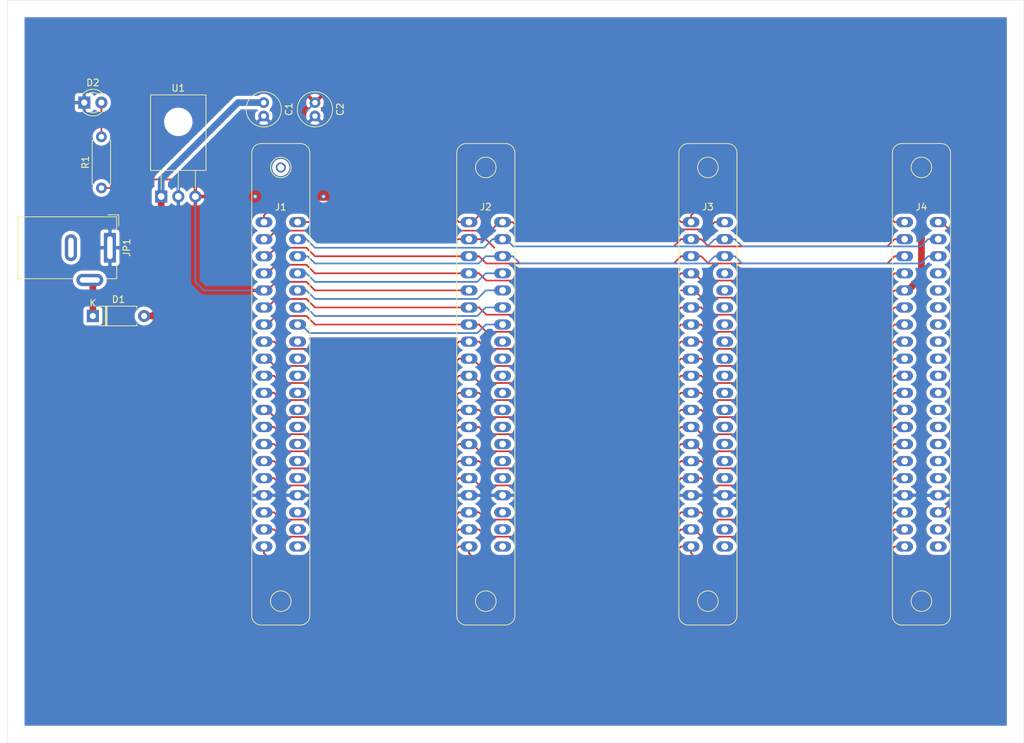
<source format=kicad_pcb>
(kicad_pcb (version 20171130) (host pcbnew "(5.1.2)-1")
  (layers (0 F.Cu signal) (31 B.Cu signal) (34 B.Paste user) (35 F.Paste user) (36 B.SilkS user) (37 F.SilkS user) (38 B.Mask user) (39 F.Mask user) (44 Edge.Cuts user))
  (net 0 "")
  (net 1 /A15)
  (net 2 /INT)
  (net 3 /A13)
  (net 4 /A14)
  (net 5 /BUSRQ)
  (net 6 /IORQ)
  (net 7 GND)
  (net 8 /A12)
  (net 9 /BUSACK)
  (net 10 /A10)
  (net 11 /A11)
  (net 12 /A8)
  (net 13 /A9)
  (net 14 /A6)
  (net 15 /A7)
  (net 16 /A4)
  (net 17 /A5)
  (net 18 /A2)
  (net 19 /A3)
  (net 20 /A0)
  (net 21 /A1)
  (net 22 /D7)
  (net 23 /WR)
  (net 24 /D5)
  (net 25 /D6)
  (net 26 /D3)
  (net 27 /D4)
  (net 28 /D1)
  (net 29 /D2)
  (net 30 VCC)
  (net 31 /D0)
  (net 32 /M1)
  (net 33 /RD)
  (net 34 /RESET)
  (net 35 /WAIT)
  (net 36 /HALT)
  (net 37 /NMI)
  (net 38 /MREQ)
  (net 39 "Net-(JP1-Pad2)")
  (net 40 "Net-(D1-Pad1)")
  (net 41 "Net-(C1-Pad1)")
  (net 42 "Net-(D2-Pad2)")
  (module Battery:ConnectorEdge40_Female (layer F.Cu) (at 67.31 86.36 270)
    (fp_text reference J1 (at -26.38 0) (layer F.SilkS))
    (fp_text value Conn_02x20_Odd_Even)
    (pad 39 thru_hole oval (at 24.13 2.5 270) (size 1.5 2.5) (drill 1) (layers *.Cu *.Mask) (net 1 /A15))
    (pad 40 thru_hole oval (at 24.13 -2.5 270) (size 1.5 2.5) (drill 1) (layers *.Cu *.Mask) (net 2 /INT))
    (pad 37 thru_hole oval (at 21.59 2.5 270) (size 1.5 2.5) (drill 1) (layers *.Cu *.Mask) (net 3 /A13))
    (pad 38 thru_hole oval (at 21.59 -2.5 270) (size 1.5 2.5) (drill 1) (layers *.Cu *.Mask) (net 4 /A14))
    (pad 35 thru_hole oval (at 19.05 2.5 270) (size 1.5 2.5) (drill 1) (layers *.Cu *.Mask) (net 5 /BUSRQ))
    (pad 36 thru_hole oval (at 19.05 -2.5 270) (size 1.5 2.5) (drill 1) (layers *.Cu *.Mask) (net 6 /IORQ))
    (pad 33 thru_hole oval (at 16.51 2.5 270) (size 1.5 2.5) (drill 1) (layers *.Cu *.Mask) (net 7 GND))
    (pad 34 thru_hole oval (at 16.51 -2.5 270) (size 1.5 2.5) (drill 1) (layers *.Cu *.Mask) (net 7 GND))
    (pad 31 thru_hole oval (at 13.97 2.5 270) (size 1.5 2.5) (drill 1) (layers *.Cu *.Mask) (net 8 /A12))
    (pad 32 thru_hole oval (at 13.97 -2.5 270) (size 1.5 2.5) (drill 1) (layers *.Cu *.Mask) (net 9 /BUSACK))
    (pad 29 thru_hole oval (at 11.43 2.5 270) (size 1.5 2.5) (drill 1) (layers *.Cu *.Mask) (net 10 /A10))
    (pad 30 thru_hole oval (at 11.43 -2.5 270) (size 1.5 2.5) (drill 1) (layers *.Cu *.Mask) (net 11 /A11))
    (pad 27 thru_hole oval (at 8.89 2.5 270) (size 1.5 2.5) (drill 1) (layers *.Cu *.Mask) (net 12 /A8))
    (pad 28 thru_hole oval (at 8.89 -2.5 270) (size 1.5 2.5) (drill 1) (layers *.Cu *.Mask) (net 13 /A9))
    (pad 25 thru_hole oval (at 6.35 2.5 270) (size 1.5 2.5) (drill 1) (layers *.Cu *.Mask) (net 14 /A6))
    (pad 26 thru_hole oval (at 6.35 -2.5 270) (size 1.5 2.5) (drill 1) (layers *.Cu *.Mask) (net 15 /A7))
    (pad 23 thru_hole oval (at 3.81 2.5 270) (size 1.5 2.5) (drill 1) (layers *.Cu *.Mask) (net 16 /A4))
    (pad 24 thru_hole oval (at 3.81 -2.5 270) (size 1.5 2.5) (drill 1) (layers *.Cu *.Mask) (net 17 /A5))
    (pad 21 thru_hole oval (at 1.27 2.5 270) (size 1.5 2.5) (drill 1) (layers *.Cu *.Mask) (net 18 /A2))
    (pad 22 thru_hole oval (at 1.27 -2.5 270) (size 1.5 2.5) (drill 1) (layers *.Cu *.Mask) (net 19 /A3))
    (pad 19 thru_hole oval (at -1.27 2.5 270) (size 1.5 2.5) (drill 1) (layers *.Cu *.Mask) (net 20 /A0))
    (pad 20 thru_hole oval (at -1.27 -2.5 270) (size 1.5 2.5) (drill 1) (layers *.Cu *.Mask) (net 21 /A1))
    (pad 17 thru_hole oval (at -3.81 2.5 270) (size 1.5 2.5) (drill 1) (layers *.Cu *.Mask) (net 22 /D7))
    (pad 18 thru_hole oval (at -3.81 -2.5 270) (size 1.5 2.5) (drill 1) (layers *.Cu *.Mask) (net 23 /WR))
    (pad 15 thru_hole oval (at -6.35 2.5 270) (size 1.5 2.5) (drill 1) (layers *.Cu *.Mask) (net 24 /D5))
    (pad 16 thru_hole oval (at -6.35 -2.5 270) (size 1.5 2.5) (drill 1) (layers *.Cu *.Mask) (net 25 /D6))
    (pad 13 thru_hole oval (at -8.89 2.5 270) (size 1.5 2.5) (drill 1) (layers *.Cu *.Mask) (net 26 /D3))
    (pad 14 thru_hole oval (at -8.89 -2.5 270) (size 1.5 2.5) (drill 1) (layers *.Cu *.Mask) (net 27 /D4))
    (pad 11 thru_hole oval (at -11.43 2.5 270) (size 1.5 2.5) (drill 1) (layers *.Cu *.Mask) (net 28 /D1))
    (pad 12 thru_hole oval (at -11.43 -2.5 270) (size 1.5 2.5) (drill 1) (layers *.Cu *.Mask) (net 29 /D2))
    (pad 9 thru_hole oval (at -13.97 2.5 270) (size 1.5 2.5) (drill 1) (layers *.Cu *.Mask) (net 30 VCC))
    (pad 10 thru_hole oval (at -13.97 -2.5 270) (size 1.5 2.5) (drill 1) (layers *.Cu *.Mask) (net 31 /D0))
    (pad 7 thru_hole oval (at -16.51 2.5 270) (size 1.5 2.5) (drill 1) (layers *.Cu *.Mask) (net 32 /M1))
    (pad 8 thru_hole oval (at -16.51 -2.5 270) (size 1.5 2.5) (drill 1) (layers *.Cu *.Mask) (net 33 /RD))
    (pad 5 thru_hole oval (at -19.05 2.5 270) (size 1.5 2.5) (drill 1) (layers *.Cu *.Mask) (net 34 /RESET))
    (pad 6 thru_hole oval (at -19.05 -2.5 270) (size 1.5 2.5) (drill 1) (layers *.Cu *.Mask) (net 35 /WAIT))
    (pad 3 thru_hole oval (at -21.59 2.5 270) (size 1.5 2.5) (drill 1) (layers *.Cu *.Mask) (net 36 /HALT))
    (pad 4 thru_hole oval (at -21.59 -2.5 270) (size 1.5 2.5) (drill 1) (layers *.Cu *.Mask) (net 37 /NMI))
    (pad 1 thru_hole oval (at -24.13 2.5 270) (size 1.5 2.5) (drill 1) (layers *.Cu *.Mask) (net 38 /MREQ))
    (pad 2 thru_hole oval (at -24.13 -2.5 270) (size 1.5 2.5) (drill 1) (layers *.Cu *.Mask) (net 6 /IORQ))
    (pad "" np_thru_hole circle (at -32.258 0 270) (size 1.524 1.524) (drill 1) (layers *.Cu *.Mask Eco2.User))
  )
  (module Resistor_THT:R_Axial_DIN0207_L6.3mm_D2.5mm_P7.62mm_Horizontal (layer F.Cu) (at 40.64 57.15 90)
    (fp_text reference R1 (at 3.81 -2.37 90) (layer F.SilkS))
    (fp_text value R)
    (pad 2 thru_hole oval (at 7.62 0 90) (size 1.6 1.6) (drill 0.8) (layers *.Cu *.Mask) (net 42 "Net-(D2-Pad2)"))
    (pad 1 thru_hole circle (at 0 0 90) (size 1.6 1.6) (drill 0.8) (layers *.Cu *.Mask) (net 30 VCC))
  )
  (module Battery:ConnectorEdge40_Female (layer F.Cu) (at 162.56 86.36 270)
    (fp_text reference J4 (at -26.38 0) (layer F.SilkS))
    (fp_text value Conn_02x20_Odd_Even)
    (pad 39 thru_hole oval (at 24.13 2.5 270) (size 1.5 2.5) (drill 1) (layers *.Cu *.Mask) (net 1 /A15))
    (pad 40 thru_hole oval (at 24.13 -2.5 270) (size 1.5 2.5) (drill 1) (layers *.Cu *.Mask) (net 2 /INT))
    (pad 37 thru_hole oval (at 21.59 2.5 270) (size 1.5 2.5) (drill 1) (layers *.Cu *.Mask) (net 3 /A13))
    (pad 38 thru_hole oval (at 21.59 -2.5 270) (size 1.5 2.5) (drill 1) (layers *.Cu *.Mask) (net 4 /A14))
    (pad 35 thru_hole oval (at 19.05 2.5 270) (size 1.5 2.5) (drill 1) (layers *.Cu *.Mask) (net 5 /BUSRQ))
    (pad 36 thru_hole oval (at 19.05 -2.5 270) (size 1.5 2.5) (drill 1) (layers *.Cu *.Mask) (net 6 /IORQ))
    (pad 33 thru_hole oval (at 16.51 2.5 270) (size 1.5 2.5) (drill 1) (layers *.Cu *.Mask) (net 7 GND))
    (pad 34 thru_hole oval (at 16.51 -2.5 270) (size 1.5 2.5) (drill 1) (layers *.Cu *.Mask) (net 7 GND))
    (pad 31 thru_hole oval (at 13.97 2.5 270) (size 1.5 2.5) (drill 1) (layers *.Cu *.Mask) (net 8 /A12))
    (pad 32 thru_hole oval (at 13.97 -2.5 270) (size 1.5 2.5) (drill 1) (layers *.Cu *.Mask) (net 9 /BUSACK))
    (pad 29 thru_hole oval (at 11.43 2.5 270) (size 1.5 2.5) (drill 1) (layers *.Cu *.Mask) (net 10 /A10))
    (pad 30 thru_hole oval (at 11.43 -2.5 270) (size 1.5 2.5) (drill 1) (layers *.Cu *.Mask) (net 11 /A11))
    (pad 27 thru_hole oval (at 8.89 2.5 270) (size 1.5 2.5) (drill 1) (layers *.Cu *.Mask) (net 12 /A8))
    (pad 28 thru_hole oval (at 8.89 -2.5 270) (size 1.5 2.5) (drill 1) (layers *.Cu *.Mask) (net 13 /A9))
    (pad 25 thru_hole oval (at 6.35 2.5 270) (size 1.5 2.5) (drill 1) (layers *.Cu *.Mask) (net 14 /A6))
    (pad 26 thru_hole oval (at 6.35 -2.5 270) (size 1.5 2.5) (drill 1) (layers *.Cu *.Mask) (net 15 /A7))
    (pad 23 thru_hole oval (at 3.81 2.5 270) (size 1.5 2.5) (drill 1) (layers *.Cu *.Mask) (net 16 /A4))
    (pad 24 thru_hole oval (at 3.81 -2.5 270) (size 1.5 2.5) (drill 1) (layers *.Cu *.Mask) (net 17 /A5))
    (pad 21 thru_hole oval (at 1.27 2.5 270) (size 1.5 2.5) (drill 1) (layers *.Cu *.Mask) (net 18 /A2))
    (pad 22 thru_hole oval (at 1.27 -2.5 270) (size 1.5 2.5) (drill 1) (layers *.Cu *.Mask) (net 19 /A3))
    (pad 19 thru_hole oval (at -1.27 2.5 270) (size 1.5 2.5) (drill 1) (layers *.Cu *.Mask) (net 20 /A0))
    (pad 20 thru_hole oval (at -1.27 -2.5 270) (size 1.5 2.5) (drill 1) (layers *.Cu *.Mask) (net 21 /A1))
    (pad 17 thru_hole oval (at -3.81 2.5 270) (size 1.5 2.5) (drill 1) (layers *.Cu *.Mask) (net 22 /D7))
    (pad 18 thru_hole oval (at -3.81 -2.5 270) (size 1.5 2.5) (drill 1) (layers *.Cu *.Mask) (net 23 /WR))
    (pad 15 thru_hole oval (at -6.35 2.5 270) (size 1.5 2.5) (drill 1) (layers *.Cu *.Mask) (net 24 /D5))
    (pad 16 thru_hole oval (at -6.35 -2.5 270) (size 1.5 2.5) (drill 1) (layers *.Cu *.Mask) (net 25 /D6))
    (pad 13 thru_hole oval (at -8.89 2.5 270) (size 1.5 2.5) (drill 1) (layers *.Cu *.Mask) (net 26 /D3))
    (pad 14 thru_hole oval (at -8.89 -2.5 270) (size 1.5 2.5) (drill 1) (layers *.Cu *.Mask) (net 27 /D4))
    (pad 11 thru_hole oval (at -11.43 2.5 270) (size 1.5 2.5) (drill 1) (layers *.Cu *.Mask) (net 28 /D1))
    (pad 12 thru_hole oval (at -11.43 -2.5 270) (size 1.5 2.5) (drill 1) (layers *.Cu *.Mask) (net 29 /D2))
    (pad 9 thru_hole oval (at -13.97 2.5 270) (size 1.5 2.5) (drill 1) (layers *.Cu *.Mask) (net 30 VCC))
    (pad 10 thru_hole oval (at -13.97 -2.5 270) (size 1.5 2.5) (drill 1) (layers *.Cu *.Mask) (net 31 /D0))
    (pad 7 thru_hole oval (at -16.51 2.5 270) (size 1.5 2.5) (drill 1) (layers *.Cu *.Mask) (net 32 /M1))
    (pad 8 thru_hole oval (at -16.51 -2.5 270) (size 1.5 2.5) (drill 1) (layers *.Cu *.Mask) (net 33 /RD))
    (pad 5 thru_hole oval (at -19.05 2.5 270) (size 1.5 2.5) (drill 1) (layers *.Cu *.Mask) (net 34 /RESET))
    (pad 6 thru_hole oval (at -19.05 -2.5 270) (size 1.5 2.5) (drill 1) (layers *.Cu *.Mask) (net 35 /WAIT))
    (pad 3 thru_hole oval (at -21.59 2.5 270) (size 1.5 2.5) (drill 1) (layers *.Cu *.Mask) (net 36 /HALT))
    (pad 4 thru_hole oval (at -21.59 -2.5 270) (size 1.5 2.5) (drill 1) (layers *.Cu *.Mask) (net 37 /NMI))
    (pad 1 thru_hole oval (at -24.13 2.5 270) (size 1.5 2.5) (drill 1) (layers *.Cu *.Mask) (net 38 /MREQ))
    (pad 2 thru_hole oval (at -24.13 -2.5 270) (size 1.5 2.5) (drill 1) (layers *.Cu *.Mask) (net 6 /IORQ))
  )
  (module LED_THT:LED_D3.0mm (layer F.Cu) (at 38.1 44.45)
    (fp_text reference D2 (at 1.27 -2.96) (layer F.SilkS))
    (fp_text value LED)
    (pad 2 thru_hole circle (at 2.54 0) (size 1.8 1.8) (drill 0.9) (layers *.Cu *.Mask) (net 42 "Net-(D2-Pad2)"))
    (pad 1 thru_hole rect (at 0 0) (size 1.8 1.8) (drill 0.9) (layers *.Cu *.Mask) (net 7 GND))
  )
  (module Diode_THT:D_A-405_P7.62mm_Horizontal (layer F.Cu) (at 39.37 76.2)
    (fp_text reference D1 (at 3.81 -2.47) (layer F.SilkS))
    (fp_text value DIODE)
    (fp_text user K (at 0 -1.9) (layer F.SilkS))
    (pad 2 thru_hole oval (at 7.62 0) (size 1.8 1.8) (drill 0.9) (layers *.Cu *.Mask) (net 41 "Net-(C1-Pad1)"))
    (pad 1 thru_hole rect (at 0 0) (size 1.8 1.8) (drill 0.9) (layers *.Cu *.Mask) (net 40 "Net-(D1-Pad1)"))
  )
  (module Capacitor_THT:C_Radial_D5.0mm_H11.0mm_P2.00mm (layer F.Cu) (at 72.39 44.45 270)
    (fp_text reference C2 (at 1 -3.75 90) (layer F.SilkS))
    (fp_text value 4.7uF)
    (pad 2 thru_hole circle (at 2 0 270) (size 1.6 1.6) (drill 0.8) (layers *.Cu *.Mask) (net 7 GND))
    (pad 1 thru_hole circle (at 0 0 270) (size 1.6 1.6) (drill 0.8) (layers *.Cu *.Mask) (net 30 VCC))
  )
  (module Capacitor_THT:C_Radial_D5.0mm_H11.0mm_P2.00mm (layer F.Cu) (at 64.77 44.45 270)
    (fp_text reference C1 (at 1 -3.75 90) (layer F.SilkS))
    (fp_text value 47uF)
    (pad 2 thru_hole circle (at 2 0 270) (size 1.6 1.6) (drill 0.8) (layers *.Cu *.Mask) (net 7 GND))
    (pad 1 thru_hole circle (at 0 0 270) (size 1.6 1.6) (drill 0.8) (layers *.Cu *.Mask) (net 41 "Net-(C1-Pad1)"))
  )
  (module Package_TO_SOT_THT:TO-126-3_Horizontal_TabDown (layer F.Cu) (at 49.53 58.42)
    (fp_text reference U1 (at 2.54 -16.12) (layer F.SilkS))
    (fp_text value L7805)
    (pad 3 thru_hole oval (at 5.08 0) (size 1.8 1.8) (drill 1) (layers *.Cu *.Mask) (net 30 VCC))
    (pad 2 thru_hole oval (at 2.54 0) (size 1.8 1.8) (drill 1) (layers *.Cu *.Mask) (net 7 GND))
    (pad 1 thru_hole rect (at 0 0) (size 1.8 1.8) (drill 1) (layers *.Cu *.Mask) (net 41 "Net-(C1-Pad1)"))
    (pad "" np_thru_hole oval (at 2.54 -11.1) (size 3.2 3.2) (drill 3.2) (layers *.Cu *.Mask))
  )
  (module Connector_BarrelJack:BarrelJack_Wuerth_6941xx301002 (layer F.Cu) (at 41.91 66.04 270)
    (fp_text reference JP1 (at 0 -2.5 90) (layer F.SilkS))
    (fp_text value Barrel_Jack_Switch)
    (pad 1 thru_hole rect (at 0 0 270) (size 4.4 1.8) (drill oval 3.4 0.8) (layers *.Cu *.Mask) (net 7 GND))
    (pad 2 thru_hole oval (at 0 5.8 270) (size 4 1.8) (drill oval 3 0.8) (layers *.Cu *.Mask) (net 39 "Net-(JP1-Pad2)"))
    (pad 3 thru_hole oval (at 4.8 3) (size 4 1.8) (drill oval 3 0.8) (layers *.Cu *.Mask) (net 40 "Net-(D1-Pad1)"))
  )
  (module Battery:ConnectorEdge40_Female (layer F.Cu) (at 130.81 86.36 270)
    (fp_text reference J3 (at -26.38 0) (layer F.SilkS))
    (fp_text value Conn_02x20_Odd_Even)
    (pad 39 thru_hole oval (at 24.13 2.5 270) (size 1.5 2.5) (drill 1) (layers *.Cu *.Mask) (net 1 /A15))
    (pad 40 thru_hole oval (at 24.13 -2.5 270) (size 1.5 2.5) (drill 1) (layers *.Cu *.Mask) (net 2 /INT))
    (pad 37 thru_hole oval (at 21.59 2.5 270) (size 1.5 2.5) (drill 1) (layers *.Cu *.Mask) (net 3 /A13))
    (pad 38 thru_hole oval (at 21.59 -2.5 270) (size 1.5 2.5) (drill 1) (layers *.Cu *.Mask) (net 4 /A14))
    (pad 35 thru_hole oval (at 19.05 2.5 270) (size 1.5 2.5) (drill 1) (layers *.Cu *.Mask) (net 5 /BUSRQ))
    (pad 36 thru_hole oval (at 19.05 -2.5 270) (size 1.5 2.5) (drill 1) (layers *.Cu *.Mask) (net 6 /IORQ))
    (pad 33 thru_hole oval (at 16.51 2.5 270) (size 1.5 2.5) (drill 1) (layers *.Cu *.Mask) (net 7 GND))
    (pad 34 thru_hole oval (at 16.51 -2.5 270) (size 1.5 2.5) (drill 1) (layers *.Cu *.Mask) (net 7 GND))
    (pad 31 thru_hole oval (at 13.97 2.5 270) (size 1.5 2.5) (drill 1) (layers *.Cu *.Mask) (net 8 /A12))
    (pad 32 thru_hole oval (at 13.97 -2.5 270) (size 1.5 2.5) (drill 1) (layers *.Cu *.Mask) (net 9 /BUSACK))
    (pad 29 thru_hole oval (at 11.43 2.5 270) (size 1.5 2.5) (drill 1) (layers *.Cu *.Mask) (net 10 /A10))
    (pad 30 thru_hole oval (at 11.43 -2.5 270) (size 1.5 2.5) (drill 1) (layers *.Cu *.Mask) (net 11 /A11))
    (pad 27 thru_hole oval (at 8.89 2.5 270) (size 1.5 2.5) (drill 1) (layers *.Cu *.Mask) (net 12 /A8))
    (pad 28 thru_hole oval (at 8.89 -2.5 270) (size 1.5 2.5) (drill 1) (layers *.Cu *.Mask) (net 13 /A9))
    (pad 25 thru_hole oval (at 6.35 2.5 270) (size 1.5 2.5) (drill 1) (layers *.Cu *.Mask) (net 14 /A6))
    (pad 26 thru_hole oval (at 6.35 -2.5 270) (size 1.5 2.5) (drill 1) (layers *.Cu *.Mask) (net 15 /A7))
    (pad 23 thru_hole oval (at 3.81 2.5 270) (size 1.5 2.5) (drill 1) (layers *.Cu *.Mask) (net 16 /A4))
    (pad 24 thru_hole oval (at 3.81 -2.5 270) (size 1.5 2.5) (drill 1) (layers *.Cu *.Mask) (net 17 /A5))
    (pad 21 thru_hole oval (at 1.27 2.5 270) (size 1.5 2.5) (drill 1) (layers *.Cu *.Mask) (net 18 /A2))
    (pad 22 thru_hole oval (at 1.27 -2.5 270) (size 1.5 2.5) (drill 1) (layers *.Cu *.Mask) (net 19 /A3))
    (pad 19 thru_hole oval (at -1.27 2.5 270) (size 1.5 2.5) (drill 1) (layers *.Cu *.Mask) (net 20 /A0))
    (pad 20 thru_hole oval (at -1.27 -2.5 270) (size 1.5 2.5) (drill 1) (layers *.Cu *.Mask) (net 21 /A1))
    (pad 17 thru_hole oval (at -3.81 2.5 270) (size 1.5 2.5) (drill 1) (layers *.Cu *.Mask) (net 22 /D7))
    (pad 18 thru_hole oval (at -3.81 -2.5 270) (size 1.5 2.5) (drill 1) (layers *.Cu *.Mask) (net 23 /WR))
    (pad 15 thru_hole oval (at -6.35 2.5 270) (size 1.5 2.5) (drill 1) (layers *.Cu *.Mask) (net 24 /D5))
    (pad 16 thru_hole oval (at -6.35 -2.5 270) (size 1.5 2.5) (drill 1) (layers *.Cu *.Mask) (net 25 /D6))
    (pad 13 thru_hole oval (at -8.89 2.5 270) (size 1.5 2.5) (drill 1) (layers *.Cu *.Mask) (net 26 /D3))
    (pad 14 thru_hole oval (at -8.89 -2.5 270) (size 1.5 2.5) (drill 1) (layers *.Cu *.Mask) (net 27 /D4))
    (pad 11 thru_hole oval (at -11.43 2.5 270) (size 1.5 2.5) (drill 1) (layers *.Cu *.Mask) (net 28 /D1))
    (pad 12 thru_hole oval (at -11.43 -2.5 270) (size 1.5 2.5) (drill 1) (layers *.Cu *.Mask) (net 29 /D2))
    (pad 9 thru_hole oval (at -13.97 2.5 270) (size 1.5 2.5) (drill 1) (layers *.Cu *.Mask) (net 30 VCC))
    (pad 10 thru_hole oval (at -13.97 -2.5 270) (size 1.5 2.5) (drill 1) (layers *.Cu *.Mask) (net 31 /D0))
    (pad 7 thru_hole oval (at -16.51 2.5 270) (size 1.5 2.5) (drill 1) (layers *.Cu *.Mask) (net 32 /M1))
    (pad 8 thru_hole oval (at -16.51 -2.5 270) (size 1.5 2.5) (drill 1) (layers *.Cu *.Mask) (net 33 /RD))
    (pad 5 thru_hole oval (at -19.05 2.5 270) (size 1.5 2.5) (drill 1) (layers *.Cu *.Mask) (net 34 /RESET))
    (pad 6 thru_hole oval (at -19.05 -2.5 270) (size 1.5 2.5) (drill 1) (layers *.Cu *.Mask) (net 35 /WAIT))
    (pad 3 thru_hole oval (at -21.59 2.5 270) (size 1.5 2.5) (drill 1) (layers *.Cu *.Mask) (net 36 /HALT))
    (pad 4 thru_hole oval (at -21.59 -2.5 270) (size 1.5 2.5) (drill 1) (layers *.Cu *.Mask) (net 37 /NMI))
    (pad 1 thru_hole oval (at -24.13 2.5 270) (size 1.5 2.5) (drill 1) (layers *.Cu *.Mask) (net 38 /MREQ))
    (pad 2 thru_hole oval (at -24.13 -2.5 270) (size 1.5 2.5) (drill 1) (layers *.Cu *.Mask) (net 6 /IORQ))
  )
  (module Battery:ConnectorEdge40_Female (layer F.Cu) (at 97.79 86.36 270)
    (fp_text reference J2 (at -26.38 0) (layer F.SilkS))
    (fp_text value Conn_02x20_Odd_Even)
    (pad 39 thru_hole oval (at 24.13 2.5 270) (size 1.5 2.5) (drill 1) (layers *.Cu *.Mask) (net 1 /A15))
    (pad 40 thru_hole oval (at 24.13 -2.5 270) (size 1.5 2.5) (drill 1) (layers *.Cu *.Mask) (net 2 /INT))
    (pad 37 thru_hole oval (at 21.59 2.5 270) (size 1.5 2.5) (drill 1) (layers *.Cu *.Mask) (net 3 /A13))
    (pad 38 thru_hole oval (at 21.59 -2.5 270) (size 1.5 2.5) (drill 1) (layers *.Cu *.Mask) (net 4 /A14))
    (pad 35 thru_hole oval (at 19.05 2.5 270) (size 1.5 2.5) (drill 1) (layers *.Cu *.Mask) (net 5 /BUSRQ))
    (pad 36 thru_hole oval (at 19.05 -2.5 270) (size 1.5 2.5) (drill 1) (layers *.Cu *.Mask) (net 6 /IORQ))
    (pad 33 thru_hole oval (at 16.51 2.5 270) (size 1.5 2.5) (drill 1) (layers *.Cu *.Mask) (net 7 GND))
    (pad 34 thru_hole oval (at 16.51 -2.5 270) (size 1.5 2.5) (drill 1) (layers *.Cu *.Mask) (net 7 GND))
    (pad 31 thru_hole oval (at 13.97 2.5 270) (size 1.5 2.5) (drill 1) (layers *.Cu *.Mask) (net 8 /A12))
    (pad 32 thru_hole oval (at 13.97 -2.5 270) (size 1.5 2.5) (drill 1) (layers *.Cu *.Mask) (net 9 /BUSACK))
    (pad 29 thru_hole oval (at 11.43 2.5 270) (size 1.5 2.5) (drill 1) (layers *.Cu *.Mask) (net 10 /A10))
    (pad 30 thru_hole oval (at 11.43 -2.5 270) (size 1.5 2.5) (drill 1) (layers *.Cu *.Mask) (net 11 /A11))
    (pad 27 thru_hole oval (at 8.89 2.5 270) (size 1.5 2.5) (drill 1) (layers *.Cu *.Mask) (net 12 /A8))
    (pad 28 thru_hole oval (at 8.89 -2.5 270) (size 1.5 2.5) (drill 1) (layers *.Cu *.Mask) (net 13 /A9))
    (pad 25 thru_hole oval (at 6.35 2.5 270) (size 1.5 2.5) (drill 1) (layers *.Cu *.Mask) (net 14 /A6))
    (pad 26 thru_hole oval (at 6.35 -2.5 270) (size 1.5 2.5) (drill 1) (layers *.Cu *.Mask) (net 15 /A7))
    (pad 23 thru_hole oval (at 3.81 2.5 270) (size 1.5 2.5) (drill 1) (layers *.Cu *.Mask) (net 16 /A4))
    (pad 24 thru_hole oval (at 3.81 -2.5 270) (size 1.5 2.5) (drill 1) (layers *.Cu *.Mask) (net 17 /A5))
    (pad 21 thru_hole oval (at 1.27 2.5 270) (size 1.5 2.5) (drill 1) (layers *.Cu *.Mask) (net 18 /A2))
    (pad 22 thru_hole oval (at 1.27 -2.5 270) (size 1.5 2.5) (drill 1) (layers *.Cu *.Mask) (net 19 /A3))
    (pad 19 thru_hole oval (at -1.27 2.5 270) (size 1.5 2.5) (drill 1) (layers *.Cu *.Mask) (net 20 /A0))
    (pad 20 thru_hole oval (at -1.27 -2.5 270) (size 1.5 2.5) (drill 1) (layers *.Cu *.Mask) (net 21 /A1))
    (pad 17 thru_hole oval (at -3.81 2.5 270) (size 1.5 2.5) (drill 1) (layers *.Cu *.Mask) (net 22 /D7))
    (pad 18 thru_hole oval (at -3.81 -2.5 270) (size 1.5 2.5) (drill 1) (layers *.Cu *.Mask) (net 23 /WR))
    (pad 15 thru_hole oval (at -6.35 2.5 270) (size 1.5 2.5) (drill 1) (layers *.Cu *.Mask) (net 24 /D5))
    (pad 16 thru_hole oval (at -6.35 -2.5 270) (size 1.5 2.5) (drill 1) (layers *.Cu *.Mask) (net 25 /D6))
    (pad 13 thru_hole oval (at -8.89 2.5 270) (size 1.5 2.5) (drill 1) (layers *.Cu *.Mask) (net 26 /D3))
    (pad 14 thru_hole oval (at -8.89 -2.5 270) (size 1.5 2.5) (drill 1) (layers *.Cu *.Mask) (net 27 /D4))
    (pad 11 thru_hole oval (at -11.43 2.5 270) (size 1.5 2.5) (drill 1) (layers *.Cu *.Mask) (net 28 /D1))
    (pad 12 thru_hole oval (at -11.43 -2.5 270) (size 1.5 2.5) (drill 1) (layers *.Cu *.Mask) (net 29 /D2))
    (pad 9 thru_hole oval (at -13.97 2.5 270) (size 1.5 2.5) (drill 1) (layers *.Cu *.Mask) (net 30 VCC))
    (pad 10 thru_hole oval (at -13.97 -2.5 270) (size 1.5 2.5) (drill 1) (layers *.Cu *.Mask) (net 31 /D0))
    (pad 7 thru_hole oval (at -16.51 2.5 270) (size 1.5 2.5) (drill 1) (layers *.Cu *.Mask) (net 32 /M1))
    (pad 8 thru_hole oval (at -16.51 -2.5 270) (size 1.5 2.5) (drill 1) (layers *.Cu *.Mask) (net 33 /RD))
    (pad 5 thru_hole oval (at -19.05 2.5 270) (size 1.5 2.5) (drill 1) (layers *.Cu *.Mask) (net 34 /RESET))
    (pad 6 thru_hole oval (at -19.05 -2.5 270) (size 1.5 2.5) (drill 1) (layers *.Cu *.Mask) (net 35 /WAIT))
    (pad 3 thru_hole oval (at -21.59 2.5 270) (size 1.5 2.5) (drill 1) (layers *.Cu *.Mask) (net 36 /HALT))
    (pad 4 thru_hole oval (at -21.59 -2.5 270) (size 1.5 2.5) (drill 1) (layers *.Cu *.Mask) (net 37 /NMI))
    (pad 1 thru_hole oval (at -24.13 2.5 270) (size 1.5 2.5) (drill 1) (layers *.Cu *.Mask) (net 38 /MREQ))
    (pad 2 thru_hole oval (at -24.13 -2.5 270) (size 1.5 2.5) (drill 1) (layers *.Cu *.Mask) (net 6 /IORQ))
  )
  (gr_line (start 177.8 29.21) (end 26.67 29.21) (layer Edge.Cuts) (width 0.05))
  (gr_line (start 177.8 139.7) (end 177.8 29.21) (layer Edge.Cuts) (width 0.05))
  (gr_line (start 26.67 139.7) (end 177.8 139.7) (layer Edge.Cuts) (width 0.05))
  (gr_line (start 26.67 29.21) (end 26.67 139.7) (layer Edge.Cuts) (width 0.05))
  (segment (start 64.81 111.49) (end 66.35 113.03) (width 0.25) (layer F.Cu) (net 1))
  (segment (start 64.81 110.49) (end 64.81 111.49) (width 0.25) (layer F.Cu) (net 1))
  (segment (start 93.79 110.49) (end 95.29 110.49) (width 0.25) (layer F.Cu) (net 1))
  (segment (start 91.25 113.03) (end 93.79 110.49) (width 0.25) (layer F.Cu) (net 1))
  (segment (start 66.35 113.03) (end 91.25 113.03) (width 0.25) (layer F.Cu) (net 1))
  (segment (start 95.29 111.49) (end 96.83 113.03) (width 0.25) (layer F.Cu) (net 1))
  (segment (start 95.29 110.49) (end 95.29 111.49) (width 0.25) (layer F.Cu) (net 1))
  (segment (start 126.81 110.49) (end 128.31 110.49) (width 0.25) (layer F.Cu) (net 1))
  (segment (start 124.27 113.03) (end 126.81 110.49) (width 0.25) (layer F.Cu) (net 1))
  (segment (start 96.83 113.03) (end 124.27 113.03) (width 0.25) (layer F.Cu) (net 1))
  (segment (start 128.31 111.49) (end 129.85 113.03) (width 0.25) (layer F.Cu) (net 1))
  (segment (start 128.31 110.49) (end 128.31 111.49) (width 0.25) (layer F.Cu) (net 1))
  (segment (start 158.56 110.49) (end 160.06 110.49) (width 0.25) (layer F.Cu) (net 1))
  (segment (start 156.02 113.03) (end 158.56 110.49) (width 0.25) (layer F.Cu) (net 1))
  (segment (start 129.85 113.03) (end 156.02 113.03) (width 0.25) (layer F.Cu) (net 1))
  (segment (start 93.79 107.95) (end 95.29 107.95) (width 0.25) (layer F.Cu) (net 3))
  (segment (start 92.71499 109.02501) (end 93.79 107.95) (width 0.25) (layer F.Cu) (net 3))
  (segment (start 67.38501 109.02501) (end 92.71499 109.02501) (width 0.25) (layer F.Cu) (net 3))
  (segment (start 66.31 107.95) (end 67.38501 109.02501) (width 0.25) (layer F.Cu) (net 3))
  (segment (start 64.81 107.95) (end 66.31 107.95) (width 0.25) (layer F.Cu) (net 3))
  (segment (start 126.81 107.95) (end 128.31 107.95) (width 0.25) (layer F.Cu) (net 3))
  (segment (start 125.73499 109.02501) (end 126.81 107.95) (width 0.25) (layer F.Cu) (net 3))
  (segment (start 97.86501 109.02501) (end 125.73499 109.02501) (width 0.25) (layer F.Cu) (net 3))
  (segment (start 96.79 107.95) (end 97.86501 109.02501) (width 0.25) (layer F.Cu) (net 3))
  (segment (start 95.29 107.95) (end 96.79 107.95) (width 0.25) (layer F.Cu) (net 3))
  (segment (start 158.56 107.95) (end 160.06 107.95) (width 0.25) (layer F.Cu) (net 3))
  (segment (start 157.48499 109.02501) (end 158.56 107.95) (width 0.25) (layer F.Cu) (net 3))
  (segment (start 129.88501 109.02501) (end 157.48499 109.02501) (width 0.25) (layer F.Cu) (net 3))
  (segment (start 128.81 107.95) (end 129.88501 109.02501) (width 0.25) (layer F.Cu) (net 3))
  (segment (start 128.31 107.95) (end 128.81 107.95) (width 0.25) (layer F.Cu) (net 3))
  (segment (start 93.79 105.41) (end 95.29 105.41) (width 0.25) (layer F.Cu) (net 5))
  (segment (start 92.71499 106.48501) (end 93.79 105.41) (width 0.25) (layer F.Cu) (net 5))
  (segment (start 67.38501 106.48501) (end 92.71499 106.48501) (width 0.25) (layer F.Cu) (net 5))
  (segment (start 66.31 105.41) (end 67.38501 106.48501) (width 0.25) (layer F.Cu) (net 5))
  (segment (start 64.81 105.41) (end 66.31 105.41) (width 0.25) (layer F.Cu) (net 5))
  (segment (start 126.81 105.41) (end 128.31 105.41) (width 0.25) (layer F.Cu) (net 5))
  (segment (start 125.73499 106.48501) (end 126.81 105.41) (width 0.25) (layer F.Cu) (net 5))
  (segment (start 97.86501 106.48501) (end 125.73499 106.48501) (width 0.25) (layer F.Cu) (net 5))
  (segment (start 96.79 105.41) (end 97.86501 106.48501) (width 0.25) (layer F.Cu) (net 5))
  (segment (start 95.29 105.41) (end 96.79 105.41) (width 0.25) (layer F.Cu) (net 5))
  (segment (start 158.56 105.41) (end 160.06 105.41) (width 0.25) (layer F.Cu) (net 5))
  (segment (start 157.48499 106.48501) (end 158.56 105.41) (width 0.25) (layer F.Cu) (net 5))
  (segment (start 130.88501 106.48501) (end 157.48499 106.48501) (width 0.25) (layer F.Cu) (net 5))
  (segment (start 129.81 105.41) (end 130.88501 106.48501) (width 0.25) (layer F.Cu) (net 5))
  (segment (start 128.31 105.41) (end 129.81 105.41) (width 0.25) (layer F.Cu) (net 5))
  (segment (start 131.81 62.23) (end 133.31 62.23) (width 0.25) (layer F.Cu) (net 6))
  (segment (start 130.73499 63.30501) (end 131.81 62.23) (width 0.25) (layer F.Cu) (net 6))
  (segment (start 102.86501 63.30501) (end 130.73499 63.30501) (width 0.25) (layer F.Cu) (net 6))
  (segment (start 101.79 62.23) (end 102.86501 63.30501) (width 0.25) (layer F.Cu) (net 6))
  (segment (start 100.29 62.23) (end 101.79 62.23) (width 0.25) (layer F.Cu) (net 6))
  (segment (start 165.56 62.23) (end 168.91 65.58) (width 0.25) (layer F.Cu) (net 6))
  (segment (start 165.06 62.23) (end 165.56 62.23) (width 0.25) (layer F.Cu) (net 6))
  (segment (start 165.56 105.41) (end 165.06 105.41) (width 0.25) (layer F.Cu) (net 6))
  (segment (start 168.91 102.06) (end 165.56 105.41) (width 0.25) (layer F.Cu) (net 6))
  (segment (start 168.91 65.58) (end 168.91 102.06) (width 0.25) (layer F.Cu) (net 6))
  (segment (start 99.79 62.23) (end 100.29 62.23) (width 0.25) (layer F.Cu) (net 6))
  (segment (start 98.52 63.5) (end 99.79 62.23) (width 0.25) (layer F.Cu) (net 6))
  (segment (start 92.71 63.5) (end 98.52 63.5) (width 0.25) (layer F.Cu) (net 6))
  (segment (start 91.44 62.23) (end 92.71 63.5) (width 0.25) (layer F.Cu) (net 6))
  (segment (start 69.81 62.23) (end 91.44 62.23) (width 0.25) (layer F.Cu) (net 6))
  (segment (start 93.79 100.33) (end 95.29 100.33) (width 0.25) (layer F.Cu) (net 8))
  (segment (start 92.71499 101.40501) (end 93.79 100.33) (width 0.25) (layer F.Cu) (net 8))
  (segment (start 67.38501 101.40501) (end 92.71499 101.40501) (width 0.25) (layer F.Cu) (net 8))
  (segment (start 66.31 100.33) (end 67.38501 101.40501) (width 0.25) (layer F.Cu) (net 8))
  (segment (start 64.81 100.33) (end 66.31 100.33) (width 0.25) (layer F.Cu) (net 8))
  (segment (start 126.81 100.33) (end 128.31 100.33) (width 0.25) (layer F.Cu) (net 8))
  (segment (start 125.73499 101.40501) (end 126.81 100.33) (width 0.25) (layer F.Cu) (net 8))
  (segment (start 96.86501 101.40501) (end 125.73499 101.40501) (width 0.25) (layer F.Cu) (net 8))
  (segment (start 95.79 100.33) (end 96.86501 101.40501) (width 0.25) (layer F.Cu) (net 8))
  (segment (start 95.29 100.33) (end 95.79 100.33) (width 0.25) (layer F.Cu) (net 8))
  (segment (start 158.56 100.33) (end 160.06 100.33) (width 0.25) (layer F.Cu) (net 8))
  (segment (start 157.48499 101.40501) (end 158.56 100.33) (width 0.25) (layer F.Cu) (net 8))
  (segment (start 130.88501 101.40501) (end 157.48499 101.40501) (width 0.25) (layer F.Cu) (net 8))
  (segment (start 129.81 100.33) (end 130.88501 101.40501) (width 0.25) (layer F.Cu) (net 8))
  (segment (start 128.31 100.33) (end 129.81 100.33) (width 0.25) (layer F.Cu) (net 8))
  (segment (start 93.79 97.79) (end 95.29 97.79) (width 0.25) (layer F.Cu) (net 10))
  (segment (start 92.71499 98.86501) (end 93.79 97.79) (width 0.25) (layer F.Cu) (net 10))
  (segment (start 67.38501 98.86501) (end 92.71499 98.86501) (width 0.25) (layer F.Cu) (net 10))
  (segment (start 66.31 97.79) (end 67.38501 98.86501) (width 0.25) (layer F.Cu) (net 10))
  (segment (start 64.81 97.79) (end 66.31 97.79) (width 0.25) (layer F.Cu) (net 10))
  (segment (start 126.81 97.79) (end 128.31 97.79) (width 0.25) (layer F.Cu) (net 10))
  (segment (start 125.73499 98.86501) (end 126.81 97.79) (width 0.25) (layer F.Cu) (net 10))
  (segment (start 97.86501 98.86501) (end 125.73499 98.86501) (width 0.25) (layer F.Cu) (net 10))
  (segment (start 96.79 97.79) (end 97.86501 98.86501) (width 0.25) (layer F.Cu) (net 10))
  (segment (start 95.29 97.79) (end 96.79 97.79) (width 0.25) (layer F.Cu) (net 10))
  (segment (start 158.56 97.79) (end 160.06 97.79) (width 0.25) (layer F.Cu) (net 10))
  (segment (start 157.48499 98.86501) (end 158.56 97.79) (width 0.25) (layer F.Cu) (net 10))
  (segment (start 130.88501 98.86501) (end 157.48499 98.86501) (width 0.25) (layer F.Cu) (net 10))
  (segment (start 129.81 97.79) (end 130.88501 98.86501) (width 0.25) (layer F.Cu) (net 10))
  (segment (start 128.31 97.79) (end 129.81 97.79) (width 0.25) (layer F.Cu) (net 10))
  (segment (start 93.79 95.25) (end 95.29 95.25) (width 0.25) (layer F.Cu) (net 12))
  (segment (start 92.71499 96.32501) (end 93.79 95.25) (width 0.25) (layer F.Cu) (net 12))
  (segment (start 67.38501 96.32501) (end 92.71499 96.32501) (width 0.25) (layer F.Cu) (net 12))
  (segment (start 66.31 95.25) (end 67.38501 96.32501) (width 0.25) (layer F.Cu) (net 12))
  (segment (start 64.81 95.25) (end 66.31 95.25) (width 0.25) (layer F.Cu) (net 12))
  (segment (start 126.81 95.25) (end 128.31 95.25) (width 0.25) (layer F.Cu) (net 12))
  (segment (start 125.73499 96.32501) (end 126.81 95.25) (width 0.25) (layer F.Cu) (net 12))
  (segment (start 96.86501 96.32501) (end 125.73499 96.32501) (width 0.25) (layer F.Cu) (net 12))
  (segment (start 95.79 95.25) (end 96.86501 96.32501) (width 0.25) (layer F.Cu) (net 12))
  (segment (start 95.29 95.25) (end 95.79 95.25) (width 0.25) (layer F.Cu) (net 12))
  (segment (start 158.56 95.25) (end 160.06 95.25) (width 0.25) (layer F.Cu) (net 12))
  (segment (start 157.48499 96.32501) (end 158.56 95.25) (width 0.25) (layer F.Cu) (net 12))
  (segment (start 129.88501 96.32501) (end 157.48499 96.32501) (width 0.25) (layer F.Cu) (net 12))
  (segment (start 128.81 95.25) (end 129.88501 96.32501) (width 0.25) (layer F.Cu) (net 12))
  (segment (start 128.31 95.25) (end 128.81 95.25) (width 0.25) (layer F.Cu) (net 12))
  (segment (start 93.79 92.71) (end 95.29 92.71) (width 0.25) (layer F.Cu) (net 14))
  (segment (start 92.71499 93.78501) (end 93.79 92.71) (width 0.25) (layer F.Cu) (net 14))
  (segment (start 67.38501 93.78501) (end 92.71499 93.78501) (width 0.25) (layer F.Cu) (net 14))
  (segment (start 66.31 92.71) (end 67.38501 93.78501) (width 0.25) (layer F.Cu) (net 14))
  (segment (start 64.81 92.71) (end 66.31 92.71) (width 0.25) (layer F.Cu) (net 14))
  (segment (start 126.81 92.71) (end 128.31 92.71) (width 0.25) (layer F.Cu) (net 14))
  (segment (start 125.73499 93.78501) (end 126.81 92.71) (width 0.25) (layer F.Cu) (net 14))
  (segment (start 97.86501 93.78501) (end 125.73499 93.78501) (width 0.25) (layer F.Cu) (net 14))
  (segment (start 96.79 92.71) (end 97.86501 93.78501) (width 0.25) (layer F.Cu) (net 14))
  (segment (start 95.29 92.71) (end 96.79 92.71) (width 0.25) (layer F.Cu) (net 14))
  (segment (start 158.56 92.71) (end 160.06 92.71) (width 0.25) (layer F.Cu) (net 14))
  (segment (start 157.48499 93.78501) (end 158.56 92.71) (width 0.25) (layer F.Cu) (net 14))
  (segment (start 129.88501 93.78501) (end 157.48499 93.78501) (width 0.25) (layer F.Cu) (net 14))
  (segment (start 128.81 92.71) (end 129.88501 93.78501) (width 0.25) (layer F.Cu) (net 14))
  (segment (start 128.31 92.71) (end 128.81 92.71) (width 0.25) (layer F.Cu) (net 14))
  (segment (start 93.79 90.17) (end 95.29 90.17) (width 0.25) (layer F.Cu) (net 16))
  (segment (start 92.71499 91.24501) (end 93.79 90.17) (width 0.25) (layer F.Cu) (net 16))
  (segment (start 66.38501 91.24501) (end 92.71499 91.24501) (width 0.25) (layer F.Cu) (net 16))
  (segment (start 65.31 90.17) (end 66.38501 91.24501) (width 0.25) (layer F.Cu) (net 16))
  (segment (start 64.81 90.17) (end 65.31 90.17) (width 0.25) (layer F.Cu) (net 16))
  (segment (start 126.81 90.17) (end 128.31 90.17) (width 0.25) (layer F.Cu) (net 16))
  (segment (start 125.73499 91.24501) (end 126.81 90.17) (width 0.25) (layer F.Cu) (net 16))
  (segment (start 97.86501 91.24501) (end 125.73499 91.24501) (width 0.25) (layer F.Cu) (net 16))
  (segment (start 96.79 90.17) (end 97.86501 91.24501) (width 0.25) (layer F.Cu) (net 16))
  (segment (start 95.29 90.17) (end 96.79 90.17) (width 0.25) (layer F.Cu) (net 16))
  (segment (start 158.56 90.17) (end 160.06 90.17) (width 0.25) (layer F.Cu) (net 16))
  (segment (start 157.48499 91.24501) (end 158.56 90.17) (width 0.25) (layer F.Cu) (net 16))
  (segment (start 130.88501 91.24501) (end 157.48499 91.24501) (width 0.25) (layer F.Cu) (net 16))
  (segment (start 129.81 90.17) (end 130.88501 91.24501) (width 0.25) (layer F.Cu) (net 16))
  (segment (start 128.31 90.17) (end 129.81 90.17) (width 0.25) (layer F.Cu) (net 16))
  (segment (start 93.79 87.63) (end 95.29 87.63) (width 0.25) (layer F.Cu) (net 18))
  (segment (start 92.71499 88.70501) (end 93.79 87.63) (width 0.25) (layer F.Cu) (net 18))
  (segment (start 67.38501 88.70501) (end 92.71499 88.70501) (width 0.25) (layer F.Cu) (net 18))
  (segment (start 66.31 87.63) (end 67.38501 88.70501) (width 0.25) (layer F.Cu) (net 18))
  (segment (start 64.81 87.63) (end 66.31 87.63) (width 0.25) (layer F.Cu) (net 18))
  (segment (start 126.81 87.63) (end 128.31 87.63) (width 0.25) (layer F.Cu) (net 18))
  (segment (start 125.73499 88.70501) (end 126.81 87.63) (width 0.25) (layer F.Cu) (net 18))
  (segment (start 97.86501 88.70501) (end 125.73499 88.70501) (width 0.25) (layer F.Cu) (net 18))
  (segment (start 96.79 87.63) (end 97.86501 88.70501) (width 0.25) (layer F.Cu) (net 18))
  (segment (start 95.29 87.63) (end 96.79 87.63) (width 0.25) (layer F.Cu) (net 18))
  (segment (start 158.56 87.63) (end 160.06 87.63) (width 0.25) (layer F.Cu) (net 18))
  (segment (start 157.48499 88.70501) (end 158.56 87.63) (width 0.25) (layer F.Cu) (net 18))
  (segment (start 130.88501 88.70501) (end 157.48499 88.70501) (width 0.25) (layer F.Cu) (net 18))
  (segment (start 129.81 87.63) (end 130.88501 88.70501) (width 0.25) (layer F.Cu) (net 18))
  (segment (start 128.31 87.63) (end 129.81 87.63) (width 0.25) (layer F.Cu) (net 18))
  (segment (start 93.79 85.09) (end 95.29 85.09) (width 0.25) (layer F.Cu) (net 20))
  (segment (start 92.71499 86.16501) (end 93.79 85.09) (width 0.25) (layer F.Cu) (net 20))
  (segment (start 67.38501 86.16501) (end 92.71499 86.16501) (width 0.25) (layer F.Cu) (net 20))
  (segment (start 66.31 85.09) (end 67.38501 86.16501) (width 0.25) (layer F.Cu) (net 20))
  (segment (start 64.81 85.09) (end 66.31 85.09) (width 0.25) (layer F.Cu) (net 20))
  (segment (start 126.81 85.09) (end 128.31 85.09) (width 0.25) (layer F.Cu) (net 20))
  (segment (start 125.73499 86.16501) (end 126.81 85.09) (width 0.25) (layer F.Cu) (net 20))
  (segment (start 96.86501 86.16501) (end 125.73499 86.16501) (width 0.25) (layer F.Cu) (net 20))
  (segment (start 95.79 85.09) (end 96.86501 86.16501) (width 0.25) (layer F.Cu) (net 20))
  (segment (start 95.29 85.09) (end 95.79 85.09) (width 0.25) (layer F.Cu) (net 20))
  (segment (start 158.56 85.09) (end 160.06 85.09) (width 0.25) (layer F.Cu) (net 20))
  (segment (start 157.48499 86.16501) (end 158.56 85.09) (width 0.25) (layer F.Cu) (net 20))
  (segment (start 130.88501 86.16501) (end 157.48499 86.16501) (width 0.25) (layer F.Cu) (net 20))
  (segment (start 129.81 85.09) (end 130.88501 86.16501) (width 0.25) (layer F.Cu) (net 20))
  (segment (start 128.31 85.09) (end 129.81 85.09) (width 0.25) (layer F.Cu) (net 20))
  (segment (start 93.79 82.55) (end 95.29 82.55) (width 0.25) (layer F.Cu) (net 22))
  (segment (start 92.71499 83.62501) (end 93.79 82.55) (width 0.25) (layer F.Cu) (net 22))
  (segment (start 66.38501 83.62501) (end 92.71499 83.62501) (width 0.25) (layer F.Cu) (net 22))
  (segment (start 65.31 82.55) (end 66.38501 83.62501) (width 0.25) (layer F.Cu) (net 22))
  (segment (start 64.81 82.55) (end 65.31 82.55) (width 0.25) (layer F.Cu) (net 22))
  (segment (start 126.81 82.55) (end 128.31 82.55) (width 0.25) (layer F.Cu) (net 22))
  (segment (start 125.73499 83.62501) (end 126.81 82.55) (width 0.25) (layer F.Cu) (net 22))
  (segment (start 96.86501 83.62501) (end 125.73499 83.62501) (width 0.25) (layer F.Cu) (net 22))
  (segment (start 95.79 82.55) (end 96.86501 83.62501) (width 0.25) (layer F.Cu) (net 22))
  (segment (start 95.29 82.55) (end 95.79 82.55) (width 0.25) (layer F.Cu) (net 22))
  (segment (start 158.56 82.55) (end 160.06 82.55) (width 0.25) (layer F.Cu) (net 22))
  (segment (start 157.48499 83.62501) (end 158.56 82.55) (width 0.25) (layer F.Cu) (net 22))
  (segment (start 130.88501 83.62501) (end 157.48499 83.62501) (width 0.25) (layer F.Cu) (net 22))
  (segment (start 129.81 82.55) (end 130.88501 83.62501) (width 0.25) (layer F.Cu) (net 22))
  (segment (start 128.31 82.55) (end 129.81 82.55) (width 0.25) (layer F.Cu) (net 22))
  (segment (start 93.79 80.01) (end 95.29 80.01) (width 0.25) (layer F.Cu) (net 24))
  (segment (start 92.71499 81.08501) (end 93.79 80.01) (width 0.25) (layer F.Cu) (net 24))
  (segment (start 67.38501 81.08501) (end 92.71499 81.08501) (width 0.25) (layer F.Cu) (net 24))
  (segment (start 66.31 80.01) (end 67.38501 81.08501) (width 0.25) (layer F.Cu) (net 24))
  (segment (start 64.81 80.01) (end 66.31 80.01) (width 0.25) (layer F.Cu) (net 24))
  (segment (start 126.81 80.01) (end 128.31 80.01) (width 0.25) (layer F.Cu) (net 24))
  (segment (start 125.73499 81.08501) (end 126.81 80.01) (width 0.25) (layer F.Cu) (net 24))
  (segment (start 97.86501 81.08501) (end 125.73499 81.08501) (width 0.25) (layer F.Cu) (net 24))
  (segment (start 96.79 80.01) (end 97.86501 81.08501) (width 0.25) (layer F.Cu) (net 24))
  (segment (start 95.29 80.01) (end 96.79 80.01) (width 0.25) (layer F.Cu) (net 24))
  (segment (start 158.56 80.01) (end 160.06 80.01) (width 0.25) (layer F.Cu) (net 24))
  (segment (start 157.48499 81.08501) (end 158.56 80.01) (width 0.25) (layer F.Cu) (net 24))
  (segment (start 130.88501 81.08501) (end 157.48499 81.08501) (width 0.25) (layer F.Cu) (net 24))
  (segment (start 129.81 80.01) (end 130.88501 81.08501) (width 0.25) (layer F.Cu) (net 24))
  (segment (start 128.31 80.01) (end 129.81 80.01) (width 0.25) (layer F.Cu) (net 24))
  (segment (start 126.81 77.47) (end 128.31 77.47) (width 0.25) (layer F.Cu) (net 26))
  (segment (start 125.73499 78.54501) (end 126.81 77.47) (width 0.25) (layer F.Cu) (net 26))
  (segment (start 97.86501 78.54501) (end 125.73499 78.54501) (width 0.25) (layer F.Cu) (net 26))
  (segment (start 96.79 77.47) (end 97.86501 78.54501) (width 0.25) (layer F.Cu) (net 26))
  (segment (start 95.29 77.47) (end 96.79 77.47) (width 0.25) (layer F.Cu) (net 26))
  (segment (start 158.56 77.47) (end 160.06 77.47) (width 0.25) (layer F.Cu) (net 26))
  (segment (start 157.48499 78.54501) (end 158.56 77.47) (width 0.25) (layer F.Cu) (net 26))
  (segment (start 130.88501 78.54501) (end 157.48499 78.54501) (width 0.25) (layer F.Cu) (net 26))
  (segment (start 129.81 77.47) (end 130.88501 78.54501) (width 0.25) (layer F.Cu) (net 26))
  (segment (start 128.31 77.47) (end 129.81 77.47) (width 0.25) (layer F.Cu) (net 26))
  (segment (start 65.31 77.47) (end 66.58 76.2) (width 0.25) (layer F.Cu) (net 26))
  (segment (start 64.81 77.47) (end 65.31 77.47) (width 0.25) (layer F.Cu) (net 26))
  (segment (start 66.58 76.2) (end 71.12 76.2) (width 0.25) (layer F.Cu) (net 26))
  (segment (start 72.39 77.47) (end 95.29 77.47) (width 0.25) (layer F.Cu) (net 26))
  (segment (start 71.12 76.2) (end 72.39 77.47) (width 0.25) (layer F.Cu) (net 26))
  (segment (start 70.31 77.47) (end 71.58 78.74) (width 0.25) (layer B.Cu) (net 27))
  (segment (start 69.81 77.47) (end 70.31 77.47) (width 0.25) (layer B.Cu) (net 27))
  (segment (start 71.58 78.74) (end 96.52 78.74) (width 0.25) (layer B.Cu) (net 27))
  (segment (start 97.79 77.47) (end 100.29 77.47) (width 0.25) (layer B.Cu) (net 27))
  (segment (start 96.52 78.74) (end 97.79 77.47) (width 0.25) (layer B.Cu) (net 27))
  (segment (start 126.81 74.93) (end 128.31 74.93) (width 0.25) (layer F.Cu) (net 28))
  (segment (start 125.73499 76.00501) (end 126.81 74.93) (width 0.25) (layer F.Cu) (net 28))
  (segment (start 97.86501 76.00501) (end 125.73499 76.00501) (width 0.25) (layer F.Cu) (net 28))
  (segment (start 96.79 74.93) (end 97.86501 76.00501) (width 0.25) (layer F.Cu) (net 28))
  (segment (start 95.29 74.93) (end 96.79 74.93) (width 0.25) (layer F.Cu) (net 28))
  (segment (start 158.56 74.93) (end 160.06 74.93) (width 0.25) (layer F.Cu) (net 28))
  (segment (start 157.48499 76.00501) (end 158.56 74.93) (width 0.25) (layer F.Cu) (net 28))
  (segment (start 130.88501 76.00501) (end 157.48499 76.00501) (width 0.25) (layer F.Cu) (net 28))
  (segment (start 129.81 74.93) (end 130.88501 76.00501) (width 0.25) (layer F.Cu) (net 28))
  (segment (start 128.31 74.93) (end 129.81 74.93) (width 0.25) (layer F.Cu) (net 28))
  (segment (start 65.31 74.93) (end 66.58 73.66) (width 0.25) (layer F.Cu) (net 28))
  (segment (start 64.81 74.93) (end 65.31 74.93) (width 0.25) (layer F.Cu) (net 28))
  (segment (start 66.58 73.66) (end 71.12 73.66) (width 0.25) (layer F.Cu) (net 28))
  (segment (start 72.39 74.93) (end 95.29 74.93) (width 0.25) (layer F.Cu) (net 28))
  (segment (start 71.12 73.66) (end 72.39 74.93) (width 0.25) (layer F.Cu) (net 28))
  (segment (start 97.79 74.93) (end 100.29 74.93) (width 0.25) (layer B.Cu) (net 29))
  (segment (start 96.52 76.2) (end 97.79 74.93) (width 0.25) (layer B.Cu) (net 29))
  (segment (start 72.39 76.2) (end 96.52 76.2) (width 0.25) (layer B.Cu) (net 29))
  (segment (start 69.81 74.93) (end 71.12 74.93) (width 0.25) (layer B.Cu) (net 29))
  (segment (start 71.12 74.93) (end 72.39 76.2) (width 0.25) (layer B.Cu) (net 29))
  (segment (start 55.88 72.39) (end 64.81 72.39) (width 0.25) (layer B.Cu) (net 30))
  (segment (start 54.61 58.42) (end 54.61 71.12) (width 0.25) (layer B.Cu) (net 30))
  (segment (start 54.61 71.12) (end 55.88 72.39) (width 0.25) (layer B.Cu) (net 30))
  (segment (start 64.81 72.39) (end 65.31 72.39) (width 0.25) (layer F.Cu) (net 30))
  (segment (start 126.81 72.39) (end 128.31 72.39) (width 0.25) (layer F.Cu) (net 30))
  (segment (start 95.29 72.39) (end 95.79 72.39) (width 0.25) (layer F.Cu) (net 30))
  (segment (start 158.56 72.39) (end 160.06 72.39) (width 0.25) (layer F.Cu) (net 30))
  (segment (start 157.48499 73.46501) (end 158.56 72.39) (width 0.25) (layer F.Cu) (net 30))
  (segment (start 129.88501 73.46501) (end 157.48499 73.46501) (width 0.25) (layer F.Cu) (net 30))
  (segment (start 128.81 72.39) (end 129.88501 73.46501) (width 0.25) (layer F.Cu) (net 30))
  (segment (start 128.31 72.39) (end 128.81 72.39) (width 0.25) (layer F.Cu) (net 30))
  (segment (start 65.31 72.39) (end 66.58 71.12) (width 0.25) (layer F.Cu) (net 30))
  (segment (start 66.58 71.12) (end 71.12 71.12) (width 0.25) (layer F.Cu) (net 30))
  (segment (start 72.39 72.39) (end 95.29 72.39) (width 0.25) (layer F.Cu) (net 30))
  (segment (start 71.12 71.12) (end 72.39 72.39) (width 0.25) (layer F.Cu) (net 30))
  (segment (start 71.12 45.72) (end 72.39 44.45) (width 0.25) (layer B.Cu) (net 30))
  (via (at 73.66 58.42) (size 0.8) (drill 0.4) (layers F.Cu B.Cu) (net 30))
  (via (at 63.5 58.42) (size 0.8) (drill 0.4) (layers F.Cu B.Cu) (net 30))
  (segment (start 40.64 57.15) (end 44.45 57.15) (width 0.25) (layer F.Cu) (net 30))
  (segment (start 44.45 57.15) (end 45.72 55.88) (width 0.25) (layer F.Cu) (net 30))
  (segment (start 45.72 55.88) (end 53.34 55.88) (width 0.25) (layer F.Cu) (net 30))
  (segment (start 53.34 55.88) (end 54.61 57.15) (width 0.25) (layer F.Cu) (net 30))
  (segment (start 54.61 57.15) (end 54.61 58.42) (width 0.25) (layer F.Cu) (net 30))
  (segment (start 73.66 58.42) (end 160.02 58.42) (width 1) (layer F.Cu) (net 30))
  (segment (start 160.02 58.42) (end 162.56 60.96) (width 1) (layer F.Cu) (net 30))
  (segment (start 160.56 72.39) (end 160.06 72.39) (width 0.25) (layer F.Cu) (net 30))
  (segment (start 162.56 70.39) (end 160.56 72.39) (width 1) (layer F.Cu) (net 30))
  (segment (start 162.56 60.96) (end 162.56 70.39) (width 1) (layer F.Cu) (net 30))
  (segment (start 69.81 72.39) (end 70.31 72.39) (width 0.25) (layer B.Cu) (net 31))
  (segment (start 97.79 72.39) (end 100.29 72.39) (width 0.25) (layer B.Cu) (net 31))
  (segment (start 96.52 73.66) (end 97.79 72.39) (width 0.25) (layer B.Cu) (net 31))
  (segment (start 69.81 72.39) (end 71.12 72.39) (width 0.25) (layer B.Cu) (net 31))
  (segment (start 71.12 72.39) (end 72.39 73.66) (width 0.25) (layer B.Cu) (net 31))
  (segment (start 72.39 73.66) (end 96.52 73.66) (width 0.25) (layer B.Cu) (net 31))
  (segment (start 126.81 69.85) (end 128.31 69.85) (width 0.25) (layer F.Cu) (net 32))
  (segment (start 125.73499 70.92501) (end 126.81 69.85) (width 0.25) (layer F.Cu) (net 32))
  (segment (start 97.86501 70.92501) (end 125.73499 70.92501) (width 0.25) (layer F.Cu) (net 32))
  (segment (start 96.79 69.85) (end 97.86501 70.92501) (width 0.25) (layer F.Cu) (net 32))
  (segment (start 95.29 69.85) (end 96.79 69.85) (width 0.25) (layer F.Cu) (net 32))
  (segment (start 158.56 69.85) (end 160.06 69.85) (width 0.25) (layer F.Cu) (net 32))
  (segment (start 157.48499 70.92501) (end 158.56 69.85) (width 0.25) (layer F.Cu) (net 32))
  (segment (start 129.88501 70.92501) (end 157.48499 70.92501) (width 0.25) (layer F.Cu) (net 32))
  (segment (start 128.81 69.85) (end 129.88501 70.92501) (width 0.25) (layer F.Cu) (net 32))
  (segment (start 128.31 69.85) (end 128.81 69.85) (width 0.25) (layer F.Cu) (net 32))
  (segment (start 65.31 69.85) (end 66.58 68.58) (width 0.25) (layer F.Cu) (net 32))
  (segment (start 64.81 69.85) (end 65.31 69.85) (width 0.25) (layer F.Cu) (net 32))
  (segment (start 66.58 68.58) (end 71.12 68.58) (width 0.25) (layer F.Cu) (net 32))
  (segment (start 72.39 69.85) (end 95.29 69.85) (width 0.25) (layer F.Cu) (net 32))
  (segment (start 71.12 68.58) (end 72.39 69.85) (width 0.25) (layer F.Cu) (net 32))
  (segment (start 97.79 69.85) (end 100.29 69.85) (width 0.25) (layer B.Cu) (net 33))
  (segment (start 96.52 71.12) (end 97.79 69.85) (width 0.25) (layer B.Cu) (net 33))
  (segment (start 72.39 71.12) (end 96.52 71.12) (width 0.25) (layer B.Cu) (net 33))
  (segment (start 69.81 69.85) (end 71.12 69.85) (width 0.25) (layer B.Cu) (net 33))
  (segment (start 71.12 69.85) (end 72.39 71.12) (width 0.25) (layer B.Cu) (net 33))
  (segment (start 93.79 67.31) (end 95.29 67.31) (width 0.25) (layer F.Cu) (net 34))
  (segment (start 126.81 67.31) (end 128.31 67.31) (width 0.25) (layer F.Cu) (net 34))
  (segment (start 125.73499 68.38501) (end 126.81 67.31) (width 0.25) (layer F.Cu) (net 34))
  (segment (start 97.86501 68.38501) (end 125.73499 68.38501) (width 0.25) (layer F.Cu) (net 34))
  (segment (start 96.79 67.31) (end 97.86501 68.38501) (width 0.25) (layer F.Cu) (net 34))
  (segment (start 95.29 67.31) (end 96.79 67.31) (width 0.25) (layer F.Cu) (net 34))
  (segment (start 158.56 67.31) (end 160.06 67.31) (width 0.25) (layer F.Cu) (net 34))
  (segment (start 157.48499 68.38501) (end 158.56 67.31) (width 0.25) (layer F.Cu) (net 34))
  (segment (start 130.88501 68.38501) (end 157.48499 68.38501) (width 0.25) (layer F.Cu) (net 34))
  (segment (start 129.81 67.31) (end 130.88501 68.38501) (width 0.25) (layer F.Cu) (net 34))
  (segment (start 128.31 67.31) (end 129.81 67.31) (width 0.25) (layer F.Cu) (net 34))
  (segment (start 65.31 67.31) (end 66.58 66.04) (width 0.25) (layer F.Cu) (net 34))
  (segment (start 64.81 67.31) (end 65.31 67.31) (width 0.25) (layer F.Cu) (net 34))
  (segment (start 66.58 66.04) (end 71.12 66.04) (width 0.25) (layer F.Cu) (net 34))
  (segment (start 72.39 67.31) (end 95.29 67.31) (width 0.25) (layer F.Cu) (net 34))
  (segment (start 71.12 66.04) (end 72.39 67.31) (width 0.25) (layer F.Cu) (net 34))
  (segment (start 98.79 67.31) (end 100.29 67.31) (width 0.25) (layer B.Cu) (net 35))
  (segment (start 71.31 67.31) (end 72.38501 68.38501) (width 0.25) (layer B.Cu) (net 35))
  (segment (start 69.81 67.31) (end 71.31 67.31) (width 0.25) (layer B.Cu) (net 35))
  (segment (start 131.81 67.31) (end 133.31 67.31) (width 0.25) (layer B.Cu) (net 35))
  (segment (start 130.73499 68.38501) (end 131.81 67.31) (width 0.25) (layer B.Cu) (net 35))
  (segment (start 102.86501 68.38501) (end 130.73499 68.38501) (width 0.25) (layer B.Cu) (net 35))
  (segment (start 101.79 67.31) (end 102.86501 68.38501) (width 0.25) (layer B.Cu) (net 35))
  (segment (start 100.29 67.31) (end 101.79 67.31) (width 0.25) (layer B.Cu) (net 35))
  (segment (start 163.56 67.31) (end 165.06 67.31) (width 0.25) (layer B.Cu) (net 35))
  (segment (start 162.48499 68.38501) (end 163.56 67.31) (width 0.25) (layer B.Cu) (net 35))
  (segment (start 135.88501 68.38501) (end 162.48499 68.38501) (width 0.25) (layer B.Cu) (net 35))
  (segment (start 134.81 67.31) (end 135.88501 68.38501) (width 0.25) (layer B.Cu) (net 35))
  (segment (start 133.31 67.31) (end 134.81 67.31) (width 0.25) (layer B.Cu) (net 35))
  (segment (start 72.38501 68.38501) (end 96.71499 68.38501) (width 0.25) (layer B.Cu) (net 35))
  (segment (start 97.79 67.31) (end 98.79 67.31) (width 0.25) (layer B.Cu) (net 35))
  (segment (start 96.71499 68.38501) (end 97.79 67.31) (width 0.25) (layer B.Cu) (net 35))
  (segment (start 126.81 64.77) (end 128.31 64.77) (width 0.25) (layer F.Cu) (net 36))
  (segment (start 125.73499 65.84501) (end 126.81 64.77) (width 0.25) (layer F.Cu) (net 36))
  (segment (start 95.29 64.77) (end 95.79 64.77) (width 0.25) (layer F.Cu) (net 36))
  (segment (start 158.56 64.77) (end 160.06 64.77) (width 0.25) (layer F.Cu) (net 36))
  (segment (start 157.48499 65.84501) (end 158.56 64.77) (width 0.25) (layer F.Cu) (net 36))
  (segment (start 130.88501 65.84501) (end 157.48499 65.84501) (width 0.25) (layer F.Cu) (net 36))
  (segment (start 129.81 64.77) (end 130.88501 65.84501) (width 0.25) (layer F.Cu) (net 36))
  (segment (start 128.31 64.77) (end 129.81 64.77) (width 0.25) (layer F.Cu) (net 36))
  (segment (start 65.31 64.77) (end 66.58 63.5) (width 0.25) (layer F.Cu) (net 36))
  (segment (start 64.81 64.77) (end 65.31 64.77) (width 0.25) (layer F.Cu) (net 36))
  (segment (start 91.44 64.77) (end 95.29 64.77) (width 0.25) (layer F.Cu) (net 36))
  (segment (start 95.29 64.77) (end 97.79 64.77) (width 0.25) (layer F.Cu) (net 36))
  (segment (start 97.79 64.77) (end 99.06 66.04) (width 0.25) (layer F.Cu) (net 36))
  (segment (start 66.58 63.5) (end 71.12 63.5) (width 0.25) (layer F.Cu) (net 36))
  (segment (start 71.12 63.5) (end 72.39 64.77) (width 0.25) (layer F.Cu) (net 36))
  (segment (start 72.39 64.77) (end 95.29 64.77) (width 0.25) (layer F.Cu) (net 36))
  (segment (start 131.81 64.77) (end 133.31 64.77) (width 0.25) (layer B.Cu) (net 37))
  (segment (start 130.73499 65.84501) (end 131.81 64.77) (width 0.25) (layer B.Cu) (net 37))
  (segment (start 101.86501 65.84501) (end 130.73499 65.84501) (width 0.25) (layer B.Cu) (net 37))
  (segment (start 100.79 64.77) (end 101.86501 65.84501) (width 0.25) (layer B.Cu) (net 37))
  (segment (start 100.29 64.77) (end 100.79 64.77) (width 0.25) (layer B.Cu) (net 37))
  (segment (start 163.56 64.77) (end 165.06 64.77) (width 0.25) (layer B.Cu) (net 37))
  (segment (start 162.48499 65.84501) (end 163.56 64.77) (width 0.25) (layer B.Cu) (net 37))
  (segment (start 135.88501 65.84501) (end 162.48499 65.84501) (width 0.25) (layer B.Cu) (net 37))
  (segment (start 134.81 64.77) (end 135.88501 65.84501) (width 0.25) (layer B.Cu) (net 37))
  (segment (start 133.31 64.77) (end 134.81 64.77) (width 0.25) (layer B.Cu) (net 37))
  (segment (start 69.81 64.77) (end 70.31 64.77) (width 0.25) (layer B.Cu) (net 37))
  (segment (start 71.12 64.77) (end 69.81 64.77) (width 0.25) (layer B.Cu) (net 37))
  (segment (start 72.39 66.04) (end 71.12 64.77) (width 0.25) (layer B.Cu) (net 37))
  (segment (start 97.52 66.04) (end 72.39 66.04) (width 0.25) (layer B.Cu) (net 37))
  (segment (start 100.29 64.77) (end 98.79 64.77) (width 0.25) (layer B.Cu) (net 37))
  (segment (start 98.79 64.77) (end 97.52 66.04) (width 0.25) (layer B.Cu) (net 37))
  (segment (start 64.81 61.23) (end 66.35 59.69) (width 0.25) (layer F.Cu) (net 38))
  (segment (start 64.81 62.23) (end 64.81 61.23) (width 0.25) (layer F.Cu) (net 38))
  (segment (start 93.79 62.23) (end 95.29 62.23) (width 0.25) (layer F.Cu) (net 38))
  (segment (start 91.25 59.69) (end 93.79 62.23) (width 0.25) (layer F.Cu) (net 38))
  (segment (start 66.35 59.69) (end 91.25 59.69) (width 0.25) (layer F.Cu) (net 38))
  (segment (start 95.79 62.23) (end 98.33 59.69) (width 0.25) (layer F.Cu) (net 38))
  (segment (start 95.29 62.23) (end 95.79 62.23) (width 0.25) (layer F.Cu) (net 38))
  (segment (start 126.81 62.23) (end 128.31 62.23) (width 0.25) (layer F.Cu) (net 38))
  (segment (start 124.27 59.69) (end 126.81 62.23) (width 0.25) (layer F.Cu) (net 38))
  (segment (start 98.33 59.69) (end 124.27 59.69) (width 0.25) (layer F.Cu) (net 38))
  (segment (start 128.31 61.23) (end 129.85 59.69) (width 0.25) (layer F.Cu) (net 38))
  (segment (start 128.31 62.23) (end 128.31 61.23) (width 0.25) (layer F.Cu) (net 38))
  (segment (start 158.56 62.23) (end 160.06 62.23) (width 0.25) (layer F.Cu) (net 38))
  (segment (start 156.02 59.69) (end 158.56 62.23) (width 0.25) (layer F.Cu) (net 38))
  (segment (start 129.85 59.69) (end 156.02 59.69) (width 0.25) (layer F.Cu) (net 38))
  (segment (start 39.37 71.3) (end 38.91 70.84) (width 0.25) (layer F.Cu) (net 40))
  (segment (start 39.37 76.2) (end 39.37 71.3) (width 1) (layer F.Cu) (net 40))
  (segment (start 49.53 55.88) (end 49.53 58.42) (width 1) (layer B.Cu) (net 41))
  (segment (start 64.77 44.45) (end 60.96 44.45) (width 1) (layer B.Cu) (net 41))
  (segment (start 60.96 44.45) (end 49.53 55.88) (width 1) (layer B.Cu) (net 41))
  (segment (start 48.26 76.2) (end 46.99 76.2) (width 1) (layer F.Cu) (net 41))
  (segment (start 49.53 58.42) (end 49.53 74.93) (width 1) (layer F.Cu) (net 41))
  (segment (start 49.53 74.93) (end 48.26 76.2) (width 1) (layer F.Cu) (net 41))
  (segment (start 40.64 49.53) (end 40.64 44.45) (width 0.25) (layer F.Cu) (net 42))
  (zone (net 7) (net_name GND) (layer B.Cu) (connect_pads (clearance 0.508)) (min_thickness 0.254) (fill yes (arc_segments 32) (thermal_gap 0.508) (thermal_bridge_width 0.508))
    (polygon (pts (xy 29.21 31.75) (xy 175.26 31.75) (xy 175.26 137.16) (xy 29.21 137.16)))
  )
  (zone (net 30) (net_name VCC) (layer F.Cu) (connect_pads (clearance 0.508)) (min_thickness 0.254) (fill yes (arc_segments 32) (thermal_gap 0.508) (thermal_bridge_width 0.508))
    (polygon (pts (xy 53.34 54.61) (xy 53.34 59.69) (xy 63.5 59.69) (xy 66.04 57.15) (xy 74.93 57.15) (xy 74.93 43.18) (xy 69.85 43.18) (xy 69.85 54.61) (xy 68.58 55.88) (xy 57.15 55.88) (xy 57.15 54.61)))
  )
  (zone (net 30) (net_name VCC) (layer F.Cu) (connect_pads (clearance 0.508)) (min_thickness 0.254) (fill yes (arc_segments 32) (thermal_gap 0.508) (thermal_bridge_width 0.508))
    (polygon (pts (xy 53.34 57.15) (xy 53.34 73.66) (xy 66.04 73.66) (xy 66.04 71.12) (xy 62.23 71.12) (xy 62.23 59.69) (xy 62.23 57.15)))
  )
  (zone (net 30) (net_name VCC) (layer F.Cu) (connect_pads (clearance 0.508)) (min_thickness 0.254) (fill yes (arc_segments 32) (thermal_gap 0.508) (thermal_bridge_width 0.508))
    (polygon (pts (xy 74.93 57.15) (xy 74.93 59.69) (xy 63.5 59.69) (xy 63.5 57.15)))
  )
)
</source>
